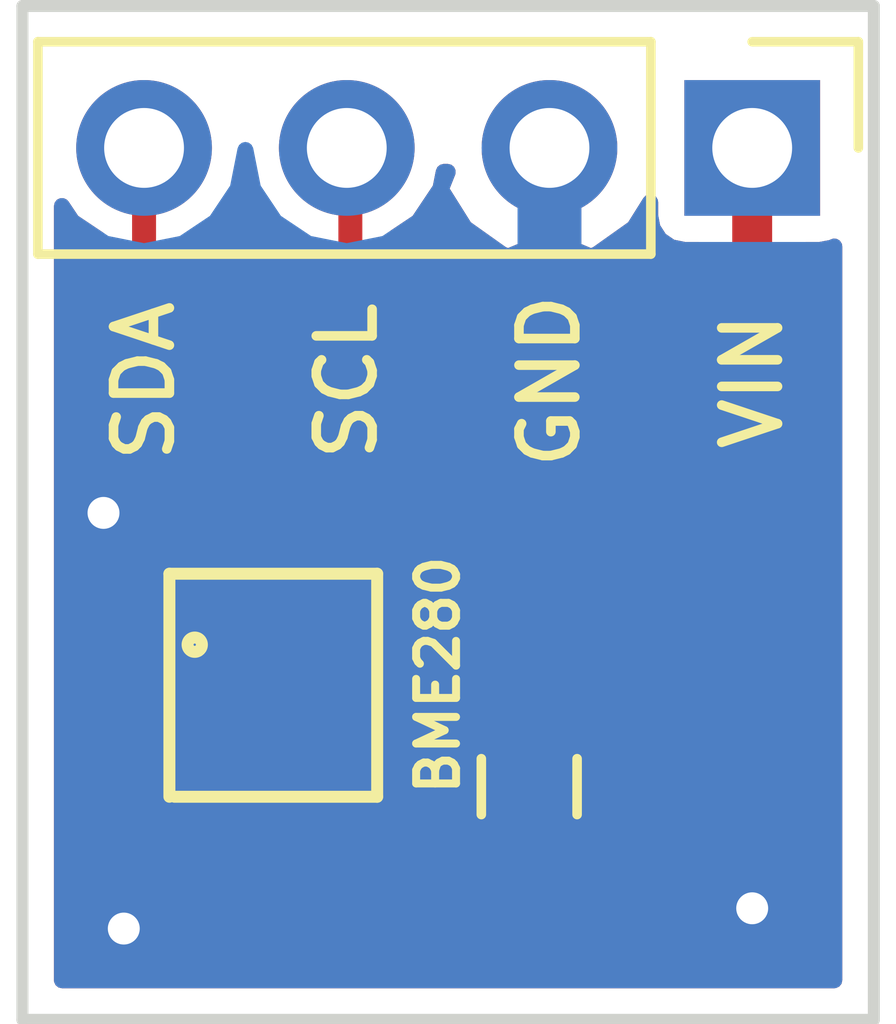
<source format=kicad_pcb>
(kicad_pcb (version 4) (host pcbnew 4.0.5)

  (general
    (links 10)
    (no_connects 0)
    (area 135.071 82.789999 149.001 112.790001)
    (thickness 1.6)
    (drawings 8)
    (tracks 24)
    (zones 0)
    (modules 3)
    (nets 5)
  )

  (page A4)
  (layers
    (0 F.Cu signal)
    (31 B.Cu signal hide)
    (32 B.Adhes user)
    (33 F.Adhes user)
    (34 B.Paste user)
    (35 F.Paste user)
    (36 B.SilkS user)
    (37 F.SilkS user)
    (38 B.Mask user)
    (39 F.Mask user)
    (40 Dwgs.User user)
    (41 Cmts.User user)
    (42 Eco1.User user)
    (43 Eco2.User user)
    (44 Edge.Cuts user)
    (45 Margin user)
    (46 B.CrtYd user)
    (47 F.CrtYd user)
    (48 B.Fab user)
    (49 F.Fab user)
  )

  (setup
    (last_trace_width 0.25)
    (user_trace_width 0.3)
    (user_trace_width 0.4)
    (user_trace_width 0.5)
    (trace_clearance 0)
    (zone_clearance 0.32)
    (zone_45_only yes)
    (trace_min 0.2)
    (segment_width 0.2)
    (edge_width 0.15)
    (via_size 0.6)
    (via_drill 0.4)
    (via_min_size 0.4)
    (via_min_drill 0.3)
    (uvia_size 0.3)
    (uvia_drill 0.1)
    (uvias_allowed no)
    (uvia_min_size 0.2)
    (uvia_min_drill 0.1)
    (pcb_text_width 0.3)
    (pcb_text_size 1.5 1.5)
    (mod_edge_width 0.15)
    (mod_text_size 1 1)
    (mod_text_width 0.15)
    (pad_size 1.7 1.7)
    (pad_drill 1)
    (pad_to_mask_clearance 0)
    (aux_axis_origin 0 0)
    (visible_elements FFFFFF7F)
    (pcbplotparams
      (layerselection 0x00030_80000001)
      (usegerberextensions false)
      (excludeedgelayer true)
      (linewidth 0.100000)
      (plotframeref false)
      (viasonmask false)
      (mode 1)
      (useauxorigin false)
      (hpglpennumber 1)
      (hpglpenspeed 20)
      (hpglpendiameter 15)
      (hpglpenoverlay 2)
      (psnegative false)
      (psa4output false)
      (plotreference true)
      (plotvalue true)
      (plotinvisibletext false)
      (padsonsilk false)
      (subtractmaskfromsilk false)
      (outputformat 1)
      (mirror false)
      (drillshape 1)
      (scaleselection 1)
      (outputdirectory ""))
  )

  (net 0 "")
  (net 1 +3V3)
  (net 2 GND)
  (net 3 /SDA)
  (net 4 /SCL)

  (net_class Default "This is the default net class."
    (clearance 0)
    (trace_width 0.25)
    (via_dia 0.6)
    (via_drill 0.4)
    (uvia_dia 0.3)
    (uvia_drill 0.1)
    (add_net +3V3)
    (add_net /SCL)
    (add_net /SDA)
    (add_net GND)
  )

  (module Pin_Headers:Pin_Header_Straight_1x04_Pitch2.54mm (layer F.Cu) (tedit 58D296F5) (tstamp 58D288CC)
    (at 145.796 97.79 270)
    (descr "Through hole straight pin header, 1x04, 2.54mm pitch, single row")
    (tags "Through hole pin header THT 1x04 2.54mm single row")
    (fp_text reference REF** (at 0 -2.33 270) (layer F.SilkS) hide
      (effects (font (size 1 1) (thickness 0.15)))
    )
    (fp_text value Pin_Header_Straight_1x04_Pitch2.54mm (at 0 9.95 270) (layer F.Fab) hide
      (effects (font (size 1 1) (thickness 0.15)))
    )
    (fp_line (start -1.27 -1.27) (end -1.27 8.89) (layer F.Fab) (width 0.1))
    (fp_line (start -1.27 8.89) (end 1.27 8.89) (layer F.Fab) (width 0.1))
    (fp_line (start 1.27 8.89) (end 1.27 -1.27) (layer F.Fab) (width 0.1))
    (fp_line (start 1.27 -1.27) (end -1.27 -1.27) (layer F.Fab) (width 0.1))
    (fp_line (start -1.33 1.27) (end -1.33 8.95) (layer F.SilkS) (width 0.12))
    (fp_line (start -1.33 8.95) (end 1.33 8.95) (layer F.SilkS) (width 0.12))
    (fp_line (start 1.33 8.95) (end 1.33 1.27) (layer F.SilkS) (width 0.12))
    (fp_line (start 1.33 1.27) (end -1.33 1.27) (layer F.SilkS) (width 0.12))
    (fp_line (start -1.33 0) (end -1.33 -1.33) (layer F.SilkS) (width 0.12))
    (fp_line (start -1.33 -1.33) (end 0 -1.33) (layer F.SilkS) (width 0.12))
    (fp_line (start -1.8 -1.8) (end -1.8 9.4) (layer F.CrtYd) (width 0.05))
    (fp_line (start -1.8 9.4) (end 1.8 9.4) (layer F.CrtYd) (width 0.05))
    (fp_line (start 1.8 9.4) (end 1.8 -1.8) (layer F.CrtYd) (width 0.05))
    (fp_line (start 1.8 -1.8) (end -1.8 -1.8) (layer F.CrtYd) (width 0.05))
    (fp_text user %R (at 0 -2.33 270) (layer F.Fab) hide
      (effects (font (size 1 1) (thickness 0.15)))
    )
    (pad 1 thru_hole rect (at 0 0 270) (size 1.7 1.7) (drill 1) (layers *.Cu *.Mask)
      (net 1 +3V3))
    (pad 2 thru_hole oval (at 0 2.54 270) (size 1.7 1.7) (drill 1) (layers *.Cu *.Mask)
      (net 2 GND))
    (pad 3 thru_hole oval (at 0 5.08 270) (size 1.7 1.7) (drill 1) (layers *.Cu *.Mask)
      (net 4 /SCL))
    (pad 4 thru_hole oval (at 0 7.62 270) (size 1.7 1.7) (drill 1) (layers *.Cu *.Mask)
      (net 3 /SDA))
    (model ${KISYS3DMOD}/Pin_Headers.3dshapes/Pin_Header_Straight_1x04_Pitch2.54mm.wrl
      (at (xyz 0 -0.15 0))
      (scale (xyz 1 1 1))
      (rotate (xyz 0 0 90))
    )
  )

  (module Capacitors_SMD:C_0603 (layer F.Cu) (tedit 58D2A53B) (tstamp 58D28762)
    (at 143.002 105.791 90)
    (descr "Capacitor SMD 0603, reflow soldering, AVX (see smccp.pdf)")
    (tags "capacitor 0603")
    (path /58D27C8C)
    (attr smd)
    (fp_text reference C1 (at -0.127 2.032 90) (layer F.SilkS) hide
      (effects (font (size 1 1) (thickness 0.15)))
    )
    (fp_text value 0.1uF (at 0 1.5 90) (layer F.Fab) hide
      (effects (font (size 1 1) (thickness 0.15)))
    )
    (fp_line (start -0.8 0.4) (end -0.8 -0.4) (layer F.Fab) (width 0.1))
    (fp_line (start 0.8 0.4) (end -0.8 0.4) (layer F.Fab) (width 0.1))
    (fp_line (start 0.8 -0.4) (end 0.8 0.4) (layer F.Fab) (width 0.1))
    (fp_line (start -0.8 -0.4) (end 0.8 -0.4) (layer F.Fab) (width 0.1))
    (fp_line (start -0.35 -0.6) (end 0.35 -0.6) (layer F.SilkS) (width 0.12))
    (fp_line (start 0.35 0.6) (end -0.35 0.6) (layer F.SilkS) (width 0.12))
    (fp_line (start -1.4 -0.65) (end 1.4 -0.65) (layer F.CrtYd) (width 0.05))
    (fp_line (start -1.4 -0.65) (end -1.4 0.65) (layer F.CrtYd) (width 0.05))
    (fp_line (start 1.4 0.65) (end 1.4 -0.65) (layer F.CrtYd) (width 0.05))
    (fp_line (start 1.4 0.65) (end -1.4 0.65) (layer F.CrtYd) (width 0.05))
    (pad 1 smd rect (at -0.75 0 90) (size 0.8 0.75) (layers F.Cu F.Paste F.Mask)
      (net 1 +3V3))
    (pad 2 smd rect (at 0.75 0 90) (size 0.8 0.75) (layers F.Cu F.Paste F.Mask)
      (net 2 GND))
    (model Capacitors_SMD.3dshapes/C_0603.wrl
      (at (xyz 0 0 0))
      (scale (xyz 1 1 1))
      (rotate (xyz 0 0 0))
    )
  )

  (module bme280:bme280 (layer F.Cu) (tedit 58D2A56F) (tstamp 58D2876E)
    (at 138.811 103.505 90)
    (path /58D278F7)
    (fp_text reference BME280 (at -0.889 3.048 90) (layer F.SilkS)
      (effects (font (size 0.5 0.5) (thickness 0.1)))
    )
    (fp_text value bme280 (at -1.016 -1.016 90) (layer F.Fab) hide
      (effects (font (size 0.5 0.5) (thickness 0.1)))
    )
    (fp_circle (center -0.508 0) (end -0.4445 0.0635) (layer F.SilkS) (width 0.15))
    (fp_line (start -2.413 2.286) (end -2.413 -0.254) (layer F.SilkS) (width 0.15))
    (fp_line (start 0.381 2.286) (end -2.413 2.286) (layer F.SilkS) (width 0.15))
    (fp_line (start 0.381 -0.3175) (end 0.381 2.286) (layer F.SilkS) (width 0.15))
    (fp_line (start -2.413 -0.3175) (end 0.381 -0.3175) (layer F.SilkS) (width 0.15))
    (pad 1 smd rect (at 0 0 90) (size 0.5 0.35) (layers F.Cu F.Paste F.Mask)
      (net 2 GND))
    (pad 2 smd rect (at 0 0.65 90) (size 0.5 0.35) (layers F.Cu F.Paste F.Mask)
      (net 1 +3V3))
    (pad 3 smd rect (at 0 1.3 90) (size 0.5 0.35) (layers F.Cu F.Paste F.Mask)
      (net 3 /SDA))
    (pad 4 smd rect (at 0 1.95 90) (size 0.5 0.35) (layers F.Cu F.Paste F.Mask)
      (net 4 /SCL))
    (pad 5 smd rect (at -2.05 1.95 90) (size 0.5 0.35) (layers F.Cu F.Paste F.Mask)
      (net 2 GND))
    (pad 6 smd rect (at -2.05 1.3 90) (size 0.5 0.35) (layers F.Cu F.Paste F.Mask)
      (net 1 +3V3))
    (pad 7 smd rect (at -2.05 0.65 90) (size 0.5 0.35) (layers F.Cu F.Paste F.Mask)
      (net 2 GND))
    (pad 8 smd rect (at -2.05 0 90) (size 0.5 0.35) (layers F.Cu F.Paste F.Mask)
      (net 1 +3V3))
  )

  (gr_text VIN (at 145.796 100.711 90) (layer F.SilkS)
    (effects (font (size 0.7 0.7) (thickness 0.12)))
  )
  (gr_text GND (at 143.256 100.711 90) (layer F.SilkS)
    (effects (font (size 0.7 0.7) (thickness 0.12)))
  )
  (gr_text SCL (at 140.716 100.711 90) (layer F.SilkS)
    (effects (font (size 0.7 0.7) (thickness 0.12)))
  )
  (gr_text SDA (at 138.176 100.711 90) (layer F.SilkS)
    (effects (font (size 0.7 0.7) (thickness 0.12)))
  )
  (gr_line (start 136.652 108.712) (end 147.32 108.712) (angle 90) (layer Edge.Cuts) (width 0.15))
  (gr_line (start 136.652 96.012) (end 147.32 96.012) (angle 90) (layer Edge.Cuts) (width 0.15))
  (gr_line (start 136.652 108.712) (end 136.652 96.012) (angle 90) (layer Edge.Cuts) (width 0.15))
  (gr_line (start 147.32 96.012) (end 147.32 108.712) (angle 90) (layer Edge.Cuts) (width 0.15))

  (segment (start 145.796 97.79) (end 145.796 104.902) (width 0.5) (layer F.Cu) (net 1) (status 10))
  (segment (start 144.157 106.541) (end 143.002 106.541) (width 0.5) (layer F.Cu) (net 1) (tstamp 58D29ECE) (status 20))
  (segment (start 145.796 104.902) (end 144.157 106.541) (width 0.5) (layer F.Cu) (net 1) (tstamp 58D29EBF))
  (segment (start 140.111 105.555) (end 140.111 106.541) (width 0.3) (layer F.Cu) (net 1) (status 10))
  (segment (start 140.081 106.553) (end 140.081 106.541) (width 0.3) (layer F.Cu) (net 1) (tstamp 58D29E4C))
  (segment (start 140.099 106.553) (end 140.081 106.553) (width 0.3) (layer F.Cu) (net 1) (tstamp 58D29E4B))
  (segment (start 140.111 106.541) (end 140.099 106.553) (width 0.3) (layer F.Cu) (net 1) (tstamp 58D29E4A))
  (segment (start 143.002 106.541) (end 140.081 106.541) (width 0.3) (layer F.Cu) (net 1) (status 10))
  (segment (start 140.081 106.541) (end 138.823 106.541) (width 0.3) (layer F.Cu) (net 1) (tstamp 58D29E4D))
  (segment (start 138.811 106.529) (end 138.811 105.555) (width 0.3) (layer F.Cu) (net 1) (tstamp 58D29E46) (status 20))
  (segment (start 138.823 106.541) (end 138.811 106.529) (width 0.3) (layer F.Cu) (net 1) (tstamp 58D29E30))
  (segment (start 138.811 105.555) (end 138.811 105.029) (width 0.3) (layer F.Cu) (net 1) (status 10))
  (segment (start 139.461 104.379) (end 139.461 103.505) (width 0.3) (layer F.Cu) (net 1) (tstamp 58D29DFC) (status 20))
  (segment (start 138.811 105.029) (end 139.461 104.379) (width 0.3) (layer F.Cu) (net 1) (tstamp 58D29DF5))
  (via (at 137.668 102.362) (size 0.6) (drill 0.4) (layers F.Cu B.Cu) (net 2))
  (via (at 145.796 107.315) (size 0.6) (drill 0.4) (layers F.Cu B.Cu) (net 2))
  (via (at 137.922 107.569) (size 0.6) (drill 0.4) (layers F.Cu B.Cu) (net 2))
  (segment (start 139.461 105.555) (end 139.461 105.268) (width 0.3) (layer F.Cu) (net 2) (status 10))
  (segment (start 139.461 105.268) (end 139.954 104.775) (width 0.3) (layer F.Cu) (net 2) (tstamp 58D2A358))
  (segment (start 140.111 103.505) (end 140.111 102.9) (width 0.3) (layer F.Cu) (net 3) (status 10))
  (segment (start 138.176 100.965) (end 138.176 97.79) (width 0.3) (layer F.Cu) (net 3) (tstamp 58D29E62) (status 20))
  (segment (start 140.111 102.9) (end 138.176 100.965) (width 0.3) (layer F.Cu) (net 3) (tstamp 58D29E59))
  (segment (start 140.761 103.505) (end 140.761 97.835) (width 0.3) (layer F.Cu) (net 4) (status 30))
  (segment (start 140.761 97.835) (end 140.716 97.79) (width 0.3) (layer F.Cu) (net 4) (tstamp 58D29E66) (status 30))

  (zone (net 2) (net_name GND) (layer F.Cu) (tstamp 58D29786) (hatch edge 0.508)
    (connect_pads (clearance 0.32))
    (min_thickness 0.2)
    (fill yes (arc_segments 16) (thermal_gap 0.508) (thermal_bridge_width 0.8) (smoothing fillet))
    (polygon
      (pts
        (xy 147.066 108.458) (xy 136.906 108.458) (xy 136.906 96.266) (xy 147.066 96.266)
      )
    )
    (filled_polygon
      (pts
        (xy 137.277974 98.712907) (xy 137.606 98.932086) (xy 137.606 100.965) (xy 137.649389 101.18313) (xy 137.772949 101.368051)
        (xy 139.051898 102.647) (xy 139.0505 102.647) (xy 138.8985 102.799) (xy 138.8985 103.078165) (xy 138.89151 103.088395)
        (xy 138.857772 103.255) (xy 138.857772 103.755) (xy 138.7235 103.755) (xy 138.7235 103.63) (xy 138.18 103.63)
        (xy 138.028 103.782) (xy 138.028 103.875939) (xy 138.120563 104.099405) (xy 138.291596 104.270438) (xy 138.510998 104.361317)
        (xy 138.510998 104.363) (xy 138.670898 104.363) (xy 138.407949 104.625949) (xy 138.284389 104.81087) (xy 138.241 105.029)
        (xy 138.241 105.140913) (xy 138.207772 105.305) (xy 138.207772 105.805) (xy 138.237058 105.960643) (xy 138.241 105.966769)
        (xy 138.241 106.529) (xy 138.284389 106.74713) (xy 138.317977 106.797398) (xy 138.407949 106.932051) (xy 138.419949 106.944051)
        (xy 138.604871 107.067612) (xy 138.823 107.111) (xy 140.020672 107.111) (xy 140.081 107.123) (xy 140.099 107.123)
        (xy 140.159328 107.111) (xy 142.237297 107.111) (xy 142.320043 107.239591) (xy 142.460395 107.33549) (xy 142.627 107.369228)
        (xy 143.377 107.369228) (xy 143.532643 107.339942) (xy 143.675591 107.247957) (xy 143.700843 107.211) (xy 144.156995 107.211)
        (xy 144.157 107.211001) (xy 144.413398 107.159999) (xy 144.630762 107.014762) (xy 146.269762 105.375762) (xy 146.414999 105.158398)
        (xy 146.466001 104.902) (xy 146.466 104.901995) (xy 146.466 99.068228) (xy 146.646 99.068228) (xy 146.801643 99.038942)
        (xy 146.825 99.023912) (xy 146.825 108.217) (xy 137.147 108.217) (xy 137.147 103.134061) (xy 138.028 103.134061)
        (xy 138.028 103.228) (xy 138.18 103.38) (xy 138.7235 103.38) (xy 138.7235 102.799) (xy 138.5715 102.647)
        (xy 138.515062 102.647) (xy 138.291596 102.739562) (xy 138.120563 102.910595) (xy 138.028 103.134061) (xy 137.147 103.134061)
        (xy 137.147 98.51689)
      )
    )
    (filled_polygon
      (pts
        (xy 143.556 97.49) (xy 143.576 97.49) (xy 143.576 98.09) (xy 143.556 98.09) (xy 143.556 99.061077)
        (xy 143.775508 99.152305) (xy 143.851963 99.120662) (xy 144.31582 98.791306) (xy 144.517772 98.469664) (xy 144.517772 98.64)
        (xy 144.547058 98.795643) (xy 144.639043 98.938591) (xy 144.779395 99.03449) (xy 144.946 99.068228) (xy 145.126 99.068228)
        (xy 145.126 104.624476) (xy 143.879476 105.871) (xy 143.806842 105.871) (xy 143.892437 105.785405) (xy 143.985 105.561939)
        (xy 143.985 105.393) (xy 143.833 105.241) (xy 143.1895 105.241) (xy 143.1895 105.361) (xy 142.8145 105.361)
        (xy 142.8145 105.241) (xy 142.171 105.241) (xy 142.019 105.393) (xy 142.019 105.561939) (xy 142.111563 105.785405)
        (xy 142.26013 105.933972) (xy 142.23483 105.971) (xy 141.525335 105.971) (xy 141.544 105.925939) (xy 141.544 105.832)
        (xy 141.392 105.68) (xy 140.8485 105.68) (xy 140.8485 105.805) (xy 140.714228 105.805) (xy 140.714228 105.305)
        (xy 140.684942 105.149357) (xy 140.6735 105.131576) (xy 140.6735 104.849) (xy 140.8485 104.849) (xy 140.8485 105.43)
        (xy 141.392 105.43) (xy 141.544 105.278) (xy 141.544 105.184061) (xy 141.451437 104.960595) (xy 141.280404 104.789562)
        (xy 141.056938 104.697) (xy 141.0005 104.697) (xy 140.8485 104.849) (xy 140.6735 104.849) (xy 140.5215 104.697)
        (xy 140.465062 104.697) (xy 140.241596 104.789562) (xy 140.154386 104.876772) (xy 140.067614 104.876772) (xy 139.980404 104.789562)
        (xy 139.885342 104.750186) (xy 139.987612 104.597129) (xy 140.002941 104.520061) (xy 142.019 104.520061) (xy 142.019 104.689)
        (xy 142.171 104.841) (xy 142.8145 104.841) (xy 142.8145 104.185) (xy 143.1895 104.185) (xy 143.1895 104.841)
        (xy 143.833 104.841) (xy 143.985 104.689) (xy 143.985 104.520061) (xy 143.892437 104.296595) (xy 143.721404 104.125562)
        (xy 143.497938 104.033) (xy 143.3415 104.033) (xy 143.1895 104.185) (xy 142.8145 104.185) (xy 142.6625 104.033)
        (xy 142.506062 104.033) (xy 142.282596 104.125562) (xy 142.111563 104.296595) (xy 142.019 104.520061) (xy 140.002941 104.520061)
        (xy 140.031 104.379) (xy 140.031 104.183228) (xy 140.286 104.183228) (xy 140.441507 104.153968) (xy 140.586 104.183228)
        (xy 140.936 104.183228) (xy 141.091643 104.153942) (xy 141.234591 104.061957) (xy 141.33049 103.921605) (xy 141.364228 103.755)
        (xy 141.364228 103.255) (xy 141.334942 103.099357) (xy 141.331 103.093231) (xy 141.331 98.902018) (xy 141.614026 98.712907)
        (xy 141.889327 98.300889) (xy 141.931275 98.090002) (xy 141.981173 98.090002) (xy 141.893671 98.309511) (xy 142.19618 98.791306)
        (xy 142.660037 99.120662) (xy 142.736492 99.152305) (xy 142.956 99.061077) (xy 142.956 98.09) (xy 142.936 98.09)
        (xy 142.936 97.49) (xy 142.956 97.49) (xy 142.956 97.47) (xy 143.556 97.47)
      )
    )
    (filled_polygon
      (pts
        (xy 139.507772 105.805) (xy 139.414228 105.805) (xy 139.414228 105.305) (xy 139.507772 105.305)
      )
    )
  )
  (zone (net 2) (net_name GND) (layer B.Cu) (tstamp 58D2A323) (hatch edge 0.508)
    (connect_pads (clearance 0.32))
    (min_thickness 0.2)
    (fill yes (arc_segments 16) (thermal_gap 0.508) (thermal_bridge_width 0.8))
    (polygon
      (pts
        (xy 147.066 108.458) (xy 136.906 108.458) (xy 136.906 96.266) (xy 147.066 96.266)
      )
    )
    (filled_polygon
      (pts
        (xy 143.556 97.49) (xy 143.576 97.49) (xy 143.576 98.09) (xy 143.556 98.09) (xy 143.556 99.061077)
        (xy 143.775508 99.152305) (xy 143.851963 99.120662) (xy 144.31582 98.791306) (xy 144.517772 98.469664) (xy 144.517772 98.64)
        (xy 144.547058 98.795643) (xy 144.639043 98.938591) (xy 144.779395 99.03449) (xy 144.946 99.068228) (xy 146.646 99.068228)
        (xy 146.801643 99.038942) (xy 146.825 99.023912) (xy 146.825 108.217) (xy 137.147 108.217) (xy 137.147 98.51689)
        (xy 137.277974 98.712907) (xy 137.689992 98.988208) (xy 138.176 99.084881) (xy 138.662008 98.988208) (xy 139.074026 98.712907)
        (xy 139.349327 98.300889) (xy 139.446 97.814881) (xy 139.542673 98.300889) (xy 139.817974 98.712907) (xy 140.229992 98.988208)
        (xy 140.716 99.084881) (xy 141.202008 98.988208) (xy 141.614026 98.712907) (xy 141.889327 98.300889) (xy 141.931275 98.090002)
        (xy 141.981173 98.090002) (xy 141.893671 98.309511) (xy 142.19618 98.791306) (xy 142.660037 99.120662) (xy 142.736492 99.152305)
        (xy 142.956 99.061077) (xy 142.956 98.09) (xy 142.936 98.09) (xy 142.936 97.49) (xy 142.956 97.49)
        (xy 142.956 97.47) (xy 143.556 97.47)
      )
    )
  )
)

</source>
